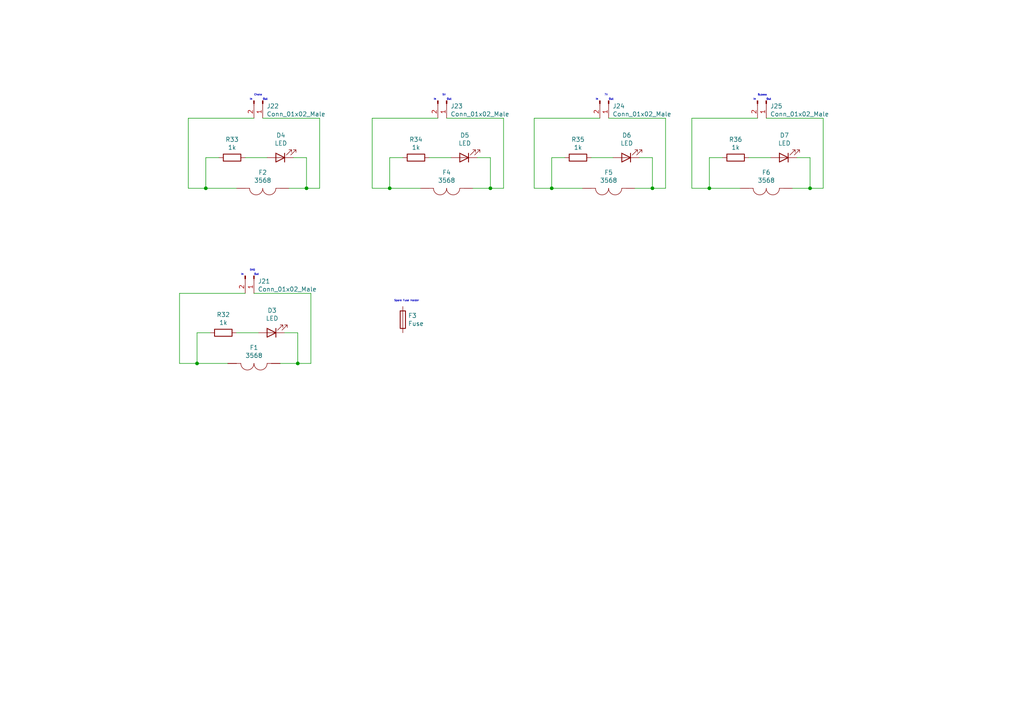
<source format=kicad_sch>
(kicad_sch (version 20230121) (generator eeschema)
  (paper "A4")
  (lib_symbols
    (symbol "3568:3568" (pin_numbers hide) (pin_names (offset 1.016) hide)
      (property "Reference" "F" (at -2.54 5.08 0))
      (property "Value" "3568" (at -2.54 -5.08 0))
      (symbol "3568_0_0"
        (arc (start -3.81 0) (mid -1.905 -1.8967) (end 0 0) (stroke (width 0.1524)))
        (polyline (pts (xy -5.08 0) (xy -3.81 0)) (stroke (width 0.1524)))
        (polyline (pts (xy 5.08 0) (xy 3.81 0)) (stroke (width 0.1524)))
        (arc (start 0 0) (mid 1.905 -1.8967) (end 3.81 0) (stroke (width 0.1524)))
        (pin passive line (at -7.62 0 0) (length 2.54) (name "~") (number "1"))
        (pin passive line (at 7.62 0 180) (length 2.54) (name "~") (number "2"))
        (pin passive line (at -7.62 0 0) (length 2.54) (name "~") (number "3"))
        (pin passive line (at 7.62 0 180) (length 2.54) (name "~") (number "4"))
      )
    )
    (symbol "Device:Fuse" (pin_numbers hide) (pin_names (offset 0))
      (property "Reference" "F" (at 2.032 0 90))
      (property "Value" "Fuse" (at -1.905 0 90))
      (symbol "Fuse_0_1"
        (rectangle (start -0.762 -2.54) (end 0.762 2.54) (stroke (width 0.254)))
        (polyline (pts (xy 0 2.54) (xy 0 -2.54)))
      )
      (symbol "Fuse_1_1"
        (pin passive line (at 0 3.81 270) (length 1.27) (name "~") (number "1"))
        (pin passive line (at 0 -3.81 90) (length 1.27) (name "~") (number "2"))
      )
    )
    (symbol "Device:LED" (pin_numbers hide) (pin_names (offset 1.016) hide)
      (property "Reference" "D" (at 0 2.54 0))
      (property "Value" "LED" (at 0 -2.54 0))
      (symbol "LED_0_1"
        (polyline (pts (xy -1.27 -1.27) (xy -1.27 1.27)) (stroke (width 0.254)))
        (polyline (pts (xy -1.27 0) (xy 1.27 0)))
        (polyline (pts (xy 1.27 -1.27) (xy 1.27 1.27) (xy -1.27 0) (xy 1.27 -1.27)) (stroke (width 0.254)))
        (polyline (pts (xy -3.048 -0.762) (xy -4.572 -2.286) (xy -3.81 -2.286) (xy -4.572 -2.286) (xy -4.572 -1.524)))
        (polyline (pts (xy -1.778 -0.762) (xy -3.302 -2.286) (xy -2.54 -2.286) (xy -3.302 -2.286) (xy -3.302 -1.524)))
      )
      (symbol "LED_1_1"
        (pin passive line (at -3.81 0 0) (length 2.54) (name "K") (number "1"))
        (pin passive line (at 3.81 0 180) (length 2.54) (name "A") (number "2"))
      )
    )
    (symbol "Device:R" (pin_numbers hide) (pin_names (offset 0))
      (property "Reference" "R" (at 2.032 0 90))
      (property "Value" "R" (at 0 0 90))
      (symbol "R_0_1"
        (rectangle (start -1.016 -2.54) (end 1.016 2.54) (stroke (width 0.254)))
      )
      (symbol "R_1_1"
        (pin passive line (at 0 3.81 270) (length 1.27) (name "~") (number "1"))
        (pin passive line (at 0 -3.81 90) (length 1.27) (name "~") (number "2"))
      )
    )
    (symbol "Motherboard_2023-rescue:Conn_01x02_Male-Connector" (pin_names (offset 1.016) hide)
      (property "Reference" "J" (at 0 2.54 0))
      (property "Value" "Connector_Conn_01x02_Male" (at 0 -5.08 0))
      (symbol "Conn_01x02_Male-Connector_1_1"
        (polyline (pts (xy 1.27 -2.54) (xy 0.8636 -2.54)) (stroke (width 0.1524)))
        (polyline (pts (xy 1.27 0) (xy 0.8636 0)) (stroke (width 0.1524)))
        (rectangle (start 0.8636 -2.413) (end 0 -2.667) (stroke (width 0.1524)) (fill (type outline)))
        (rectangle (start 0.8636 0.127) (end 0 -0.127) (stroke (width 0.1524)) (fill (type outline)))
        (pin passive line (at 5.08 0 180) (length 3.81) (name "Pin_1") (number "1"))
        (pin passive line (at 5.08 -2.54 180) (length 3.81) (name "Pin_2") (number "2"))
      )
    )
  )
  (junction (at 59.69 54.61))
  (junction (at 160.02 54.61))
  (junction (at 113.03 54.61))
  (junction (at 86.36 105.41))
  (junction (at 88.9 54.61))
  (junction (at 57.15 105.41))
  (junction (at 205.74 54.61))
  (junction (at 234.95 54.61))
  (junction (at 142.24 54.61))
  (junction (at 189.23 54.61))
  (wire (pts (xy 57.15 105.41) (xy 66.04 105.41)))
  (wire (pts (xy 205.74 45.72) (xy 205.74 54.61)))
  (wire (pts (xy 222.25 34.29) (xy 238.76 34.29)))
  (wire (pts (xy 173.99 34.29) (xy 154.94 34.29)))
  (wire (pts (xy 88.9 45.72) (xy 88.9 54.61)))
  (wire (pts (xy 185.42 45.72) (xy 189.23 45.72)))
  (wire (pts (xy 59.69 54.61) (xy 68.58 54.61)))
  (wire (pts (xy 189.23 45.72) (xy 189.23 54.61)))
  (wire (pts (xy 82.55 96.52) (xy 86.36 96.52)))
  (wire (pts (xy 54.61 34.29) (xy 54.61 54.61)))
  (wire (pts (xy 146.05 54.61) (xy 142.24 54.61)))
  (wire (pts (xy 142.24 45.72) (xy 142.24 54.61)))
  (wire (pts (xy 86.36 96.52) (xy 86.36 105.41)))
  (wire (pts (xy 57.15 96.52) (xy 57.15 105.41)))
  (wire (pts (xy 142.24 54.61) (xy 137.16 54.61)))
  (wire (pts (xy 52.07 105.41) (xy 57.15 105.41)))
  (wire (pts (xy 107.95 54.61) (xy 113.03 54.61)))
  (wire (pts (xy 205.74 54.61) (xy 214.63 54.61)))
  (wire (pts (xy 193.04 34.29) (xy 193.04 54.61)))
  (wire (pts (xy 234.95 54.61) (xy 229.87 54.61)))
  (wire (pts (xy 73.66 85.09) (xy 90.17 85.09)))
  (wire (pts (xy 127 34.29) (xy 107.95 34.29)))
  (wire (pts (xy 200.66 54.61) (xy 205.74 54.61)))
  (wire (pts (xy 189.23 54.61) (xy 184.15 54.61)))
  (wire (pts (xy 193.04 54.61) (xy 189.23 54.61)))
  (wire (pts (xy 71.12 45.72) (xy 77.47 45.72)))
  (wire (pts (xy 92.71 34.29) (xy 92.71 54.61)))
  (wire (pts (xy 163.83 45.72) (xy 160.02 45.72)))
  (wire (pts (xy 231.14 45.72) (xy 234.95 45.72)))
  (wire (pts (xy 219.71 34.29) (xy 200.66 34.29)))
  (wire (pts (xy 138.43 45.72) (xy 142.24 45.72)))
  (wire (pts (xy 113.03 45.72) (xy 113.03 54.61)))
  (wire (pts (xy 85.09 45.72) (xy 88.9 45.72)))
  (wire (pts (xy 68.58 96.52) (xy 74.93 96.52)))
  (wire (pts (xy 59.69 45.72) (xy 59.69 54.61)))
  (wire (pts (xy 92.71 54.61) (xy 88.9 54.61)))
  (wire (pts (xy 52.07 85.09) (xy 52.07 105.41)))
  (wire (pts (xy 146.05 34.29) (xy 146.05 54.61)))
  (wire (pts (xy 171.45 45.72) (xy 177.8 45.72)))
  (wire (pts (xy 73.66 34.29) (xy 54.61 34.29)))
  (wire (pts (xy 54.61 54.61) (xy 59.69 54.61)))
  (wire (pts (xy 63.5 45.72) (xy 59.69 45.72)))
  (wire (pts (xy 234.95 45.72) (xy 234.95 54.61)))
  (wire (pts (xy 160.02 54.61) (xy 168.91 54.61)))
  (wire (pts (xy 124.46 45.72) (xy 130.81 45.72)))
  (wire (pts (xy 71.12 85.09) (xy 52.07 85.09)))
  (wire (pts (xy 238.76 34.29) (xy 238.76 54.61)))
  (wire (pts (xy 176.53 34.29) (xy 193.04 34.29)))
  (wire (pts (xy 86.36 105.41) (xy 81.28 105.41)))
  (wire (pts (xy 76.2 34.29) (xy 92.71 34.29)))
  (wire (pts (xy 238.76 54.61) (xy 234.95 54.61)))
  (wire (pts (xy 217.17 45.72) (xy 223.52 45.72)))
  (wire (pts (xy 90.17 105.41) (xy 86.36 105.41)))
  (wire (pts (xy 107.95 34.29) (xy 107.95 54.61)))
  (wire (pts (xy 209.55 45.72) (xy 205.74 45.72)))
  (wire (pts (xy 116.84 45.72) (xy 113.03 45.72)))
  (wire (pts (xy 129.54 34.29) (xy 146.05 34.29)))
  (wire (pts (xy 160.02 45.72) (xy 160.02 54.61)))
  (wire (pts (xy 154.94 54.61) (xy 160.02 54.61)))
  (wire (pts (xy 90.17 85.09) (xy 90.17 105.41)))
  (wire (pts (xy 200.66 34.29) (xy 200.66 54.61)))
  (wire (pts (xy 113.03 54.61) (xy 121.92 54.61)))
  (wire (pts (xy 154.94 34.29) (xy 154.94 54.61)))
  (wire (pts (xy 60.96 96.52) (xy 57.15 96.52)))
  (wire (pts (xy 88.9 54.61) (xy 83.82 54.61)))
  (text "In\n" (at 218.44 29.21 0) (effects (font (size 0.508 0.508)) (justify left bottom)))
  (text "Spare Fuse Holder \n" (at 114.3 87.63 0) (effects (font (size 0.508 0.508) (thickness 0.1016) bold) (justify left bottom)))
  (text "Out\n" (at 176.53 29.21 0) (effects (font (size 0.508 0.508)) (justify left bottom)))
  (text "7V\n" (at 175.26 27.94 0) (effects (font (size 0.508 0.508) (thickness 0.1016) bold) (justify left bottom)))
  (text "Out\n" (at 129.54 29.21 0) (effects (font (size 0.508 0.508)) (justify left bottom)))
  (text "In\n" (at 172.72 29.21 0) (effects (font (size 0.508 0.508)) (justify left bottom)))
  (text "5V" (at 128.27 27.94 0) (effects (font (size 0.508 0.508) (thickness 0.1016) bold) (justify left bottom)))
  (text "Out\n" (at 73.66 80.01 0) (effects (font (size 0.508 0.508)) (justify left bottom)))
  (text "Choke\n" (at 73.66 27.94 0) (effects (font (size 0.508 0.508) (thickness 0.1016) bold) (justify left bottom)))
  (text "Out\n" (at 222.25 29.21 0) (effects (font (size 0.508 0.508)) (justify left bottom)))
  (text "Out\n" (at 76.2 29.21 0) (effects (font (size 0.508 0.508)) (justify left bottom)))
  (text "In\n" (at 69.85 80.01 0) (effects (font (size 0.508 0.508)) (justify left bottom)))
  (text "Bypass\n" (at 219.71 27.94 0) (effects (font (size 0.508 0.508) (thickness 0.1016) bold) (justify left bottom)))
  (text "In\n" (at 125.73 29.21 0) (effects (font (size 0.508 0.508)) (justify left bottom)))
  (text "In\n" (at 72.39 29.21 0) (effects (font (size 0.508 0.508)) (justify left bottom)))
  (text "DAQ\n" (at 72.39 78.74 0) (effects (font (size 0.508 0.508) (thickness 0.1016) bold) (justify left bottom)))
  (symbol (lib_id "3568:3568") (at 76.2 54.61 0) (unit 1)
    (property "Reference" "F2" (at 76.2 50.0126 0))
    (property "Value" "3568" (at 76.2 52.324 0))
    (property "Footprint" "3568:FUSE_3568" (effects hide))
    (property "MAXIMUM_PACKAGE_HEIGHT" "7.37" (effects hide))
    (property "MANUFACTURER" "Keystone Electronics Corp." (effects hide))
    (property "STANDARD" "Manufacturer Recommendations" (effects hide))
    (property "PARTREV" "C" (effects hide))
  )
  (symbol (lib_id "Device:R") (at 67.31 45.72 270) (unit 1)
    (property "Reference" "R33" (at 67.31 40.4622 90))
    (property "Value" "1k" (at 67.31 42.7736 90))
    (property "Footprint" "Resistor_THT:R_Axial_DIN0207_L6.3mm_D2.5mm_P10.16mm_Horizontal" (effects hide))
  )
  (symbol (lib_id "Device:LED") (at 81.28 45.72 180) (unit 1)
    (property "Reference" "D4" (at 81.4578 39.243 0))
    (property "Value" "LED" (at 81.4578 41.5544 0))
    (property "Footprint" "LED_THT:LED_D5.0mm" (effects hide))
  )
  (symbol (lib_id "Motherboard_2023-rescue:Conn_01x02_Male-Connector") (at 76.2 29.21 270) (unit 1)
    (property "Reference" "J22" (at 77.3176 30.7848 90) (effects (justify left)))
    (property "Value" "Conn_01x02_Male" (at 77.3176 33.0962 90) (effects (justify left)))
    (property "Footprint" "TerminalBlock_Phoenix:TerminalBlock_Phoenix_MKDS-1,5-2-5.08_1x02_P5.08mm_Horizontal" (effects hide))
  )
  (symbol (lib_id "3568:3568") (at 129.54 54.61 0) (unit 1)
    (property "Reference" "F4" (at 129.54 50.0126 0))
    (property "Value" "3568" (at 129.54 52.324 0))
    (property "Footprint" "3568:FUSE_3568" (effects hide))
    (property "MAXIMUM_PACKAGE_HEIGHT" "7.37" (effects hide))
    (property "MANUFACTURER" "Keystone Electronics Corp." (effects hide))
    (property "STANDARD" "Manufacturer Recommendations" (effects hide))
    (property "PARTREV" "C" (effects hide))
  )
  (symbol (lib_id "Device:R") (at 120.65 45.72 270) (unit 1)
    (property "Reference" "R34" (at 120.65 40.4622 90))
    (property "Value" "1k" (at 120.65 42.7736 90))
    (property "Footprint" "Resistor_THT:R_Axial_DIN0207_L6.3mm_D2.5mm_P10.16mm_Horizontal" (effects hide))
  )
  (symbol (lib_id "Device:LED") (at 134.62 45.72 180) (unit 1)
    (property "Reference" "D5" (at 134.7978 39.243 0))
    (property "Value" "LED" (at 134.7978 41.5544 0))
    (property "Footprint" "LED_THT:LED_D5.0mm" (effects hide))
  )
  (symbol (lib_id "Motherboard_2023-rescue:Conn_01x02_Male-Connector") (at 129.54 29.21 270) (unit 1)
    (property "Reference" "J23" (at 130.6576 30.7848 90) (effects (justify left)))
    (property "Value" "Conn_01x02_Male" (at 130.6576 33.0962 90) (effects (justify left)))
    (property "Footprint" "TerminalBlock_Phoenix:TerminalBlock_Phoenix_MKDS-1,5-2-5.08_1x02_P5.08mm_Horizontal" (effects hide))
  )
  (symbol (lib_id "3568:3568") (at 176.53 54.61 0) (unit 1)
    (property "Reference" "F5" (at 176.53 50.0126 0))
    (property "Value" "3568" (at 176.53 52.324 0))
    (property "Footprint" "3568:FUSE_3568" (effects hide))
    (property "MAXIMUM_PACKAGE_HEIGHT" "7.37" (effects hide))
    (property "MANUFACTURER" "Keystone Electronics Corp." (effects hide))
    (property "STANDARD" "Manufacturer Recommendations" (effects hide))
    (property "PARTREV" "C" (effects hide))
  )
  (symbol (lib_id "Device:R") (at 167.64 45.72 270) (unit 1)
    (property "Reference" "R35" (at 167.64 40.4622 90))
    (property "Value" "1k" (at 167.64 42.7736 90))
    (property "Footprint" "Resistor_THT:R_Axial_DIN0207_L6.3mm_D2.5mm_P10.16mm_Horizontal" (effects hide))
  )
  (symbol (lib_id "Device:LED") (at 181.61 45.72 180) (unit 1)
    (property "Reference" "D6" (at 181.7878 39.243 0))
    (property "Value" "LED" (at 181.7878 41.5544 0))
    (property "Footprint" "LED_THT:LED_D5.0mm" (effects hide))
  )
  (symbol (lib_id "Motherboard_2023-rescue:Conn_01x02_Male-Connector") (at 176.53 29.21 270) (unit 1)
    (property "Reference" "J24" (at 177.6476 30.7848 90) (effects (justify left)))
    (property "Value" "Conn_01x02_Male" (at 177.6476 33.0962 90) (effects (justify left)))
    (property "Footprint" "TerminalBlock_Phoenix:TerminalBlock_Phoenix_MKDS-1,5-2-5.08_1x02_P5.08mm_Horizontal" (effects hide))
  )
  (symbol (lib_id "3568:3568") (at 222.25 54.61 0) (unit 1)
    (property "Reference" "F6" (at 222.25 50.0126 0))
    (property "Value" "3568" (at 222.25 52.324 0))
    (property "Footprint" "3568:FUSE_3568" (effects hide))
    (property "MAXIMUM_PACKAGE_HEIGHT" "7.37" (effects hide))
    (property "MANUFACTURER" "Keystone Electronics Corp." (effects hide))
    (property "STANDARD" "Manufacturer Recommendations" (effects hide))
    (property "PARTREV" "C" (effects hide))
  )
  (symbol (lib_id "Device:R") (at 213.36 45.72 270) (unit 1)
    (property "Reference" "R36" (at 213.36 40.4622 90))
    (property "Value" "1k" (at 213.36 42.7736 90))
    (property "Footprint" "Resistor_THT:R_Axial_DIN0207_L6.3mm_D2.5mm_P10.16mm_Horizontal" (effects hide))
  )
  (symbol (lib_id "Device:LED") (at 227.33 45.72 180) (unit 1)
    (property "Reference" "D7" (at 227.5078 39.243 0))
    (property "Value" "LED" (at 227.5078 41.5544 0))
    (property "Footprint" "LED_THT:LED_D5.0mm" (effects hide))
  )
  (symbol (lib_id "Motherboard_2023-rescue:Conn_01x02_Male-Connector") (at 222.25 29.21 270) (unit 1)
    (property "Reference" "J25" (at 223.3676 30.7848 90) (effects (justify left)))
    (property "Value" "Conn_01x02_Male" (at 223.3676 33.0962 90) (effects (justify left)))
    (property "Footprint" "TerminalBlock_Phoenix:TerminalBlock_Phoenix_MKDS-1,5-2-5.08_1x02_P5.08mm_Horizontal" (effects hide))
  )
  (symbol (lib_id "3568:3568") (at 73.66 105.41 0) (unit 1)
    (property "Reference" "F1" (at 73.66 100.8126 0))
    (property "Value" "3568" (at 73.66 103.124 0))
    (property "Footprint" "3568:FUSE_3568" (effects hide))
    (property "MAXIMUM_PACKAGE_HEIGHT" "7.37" (effects hide))
    (property "MANUFACTURER" "Keystone Electronics Corp." (effects hide))
    (property "STANDARD" "Manufacturer Recommendations" (effects hide))
    (property "PARTREV" "C" (effects hide))
  )
  (symbol (lib_id "Device:R") (at 64.77 96.52 270) (unit 1)
    (property "Reference" "R32" (at 64.77 91.2622 90))
    (property "Value" "1k" (at 64.77 93.5736 90))
    (property "Footprint" "Resistor_THT:R_Axial_DIN0207_L6.3mm_D2.5mm_P10.16mm_Horizontal" (effects hide))
  )
  (symbol (lib_id "Device:LED") (at 78.74 96.52 180) (unit 1)
    (property "Reference" "D3" (at 78.9178 90.043 0))
    (property "Value" "LED" (at 78.9178 92.3544 0))
    (property "Footprint" "LED_THT:LED_D5.0mm" (effects hide))
  )
  (symbol (lib_id "Motherboard_2023-rescue:Conn_01x02_Male-Connector") (at 73.66 80.01 270) (unit 1)
    (property "Reference" "J21" (at 74.7776 81.5848 90) (effects (justify left)))
    (property "Value" "Conn_01x02_Male" (at 74.7776 83.8962 90) (effects (justify left)))
    (property "Footprint" "TerminalBlock_Phoenix:TerminalBlock_Phoenix_MKDS-1,5-2-5.08_1x02_P5.08mm_Horizontal" (effects hide))
  )
  (symbol (lib_id "Device:Fuse") (at 116.84 92.71 0) (unit 1)
    (property "Reference" "F3" (at 118.364 91.5416 0) (effects (justify left)))
    (property "Value" "Fuse" (at 118.364 93.853 0) (effects (justify left)))
    (property "Footprint" "3568:FUSE_3568" (effects hide))
  )
)
</source>
